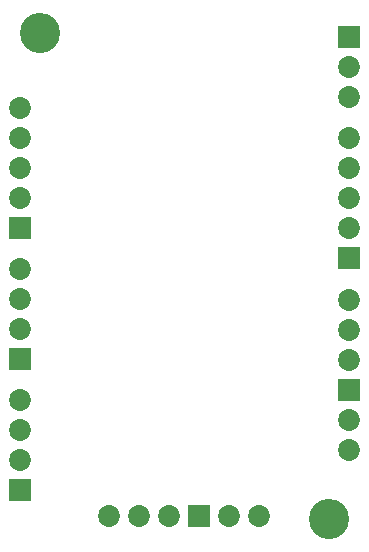
<source format=gbs>
G04*
G04 #@! TF.GenerationSoftware,Altium Limited,Altium Designer,20.1.8 (145)*
G04*
G04 Layer_Color=16711935*
%FSLAX25Y25*%
%MOIN*%
G70*
G04*
G04 #@! TF.SameCoordinates,0646C1E9-0440-4AAE-851A-CF3533030474*
G04*
G04*
G04 #@! TF.FilePolarity,Negative*
G04*
G01*
G75*
%ADD15C,0.07300*%
%ADD16R,0.07300X0.07300*%
%ADD17C,0.13398*%
%ADD18R,0.07300X0.07300*%
D15*
X54882Y37279D02*
D03*
Y27279D02*
D03*
Y47280D02*
D03*
Y57279D02*
D03*
X-54921Y-30000D02*
D03*
Y-50000D02*
D03*
Y-40000D02*
D03*
Y13780D02*
D03*
Y-6221D02*
D03*
Y3779D02*
D03*
X54921Y81102D02*
D03*
Y71102D02*
D03*
X-54921Y47559D02*
D03*
Y37559D02*
D03*
Y57559D02*
D03*
Y67559D02*
D03*
X-25276Y-68721D02*
D03*
X14724Y-68701D02*
D03*
X24724D02*
D03*
X-5276D02*
D03*
X-15276D02*
D03*
X54803Y3500D02*
D03*
X54823Y-36500D02*
D03*
Y-46500D02*
D03*
Y-16500D02*
D03*
Y-6500D02*
D03*
D16*
X54882Y17279D02*
D03*
X-54921Y-60000D02*
D03*
Y-16220D02*
D03*
X54921Y91102D02*
D03*
X-54921Y27559D02*
D03*
X54823Y-26500D02*
D03*
D17*
X48327Y-69488D02*
D03*
X-48335Y92421D02*
D03*
D18*
X4724Y-68701D02*
D03*
M02*

</source>
